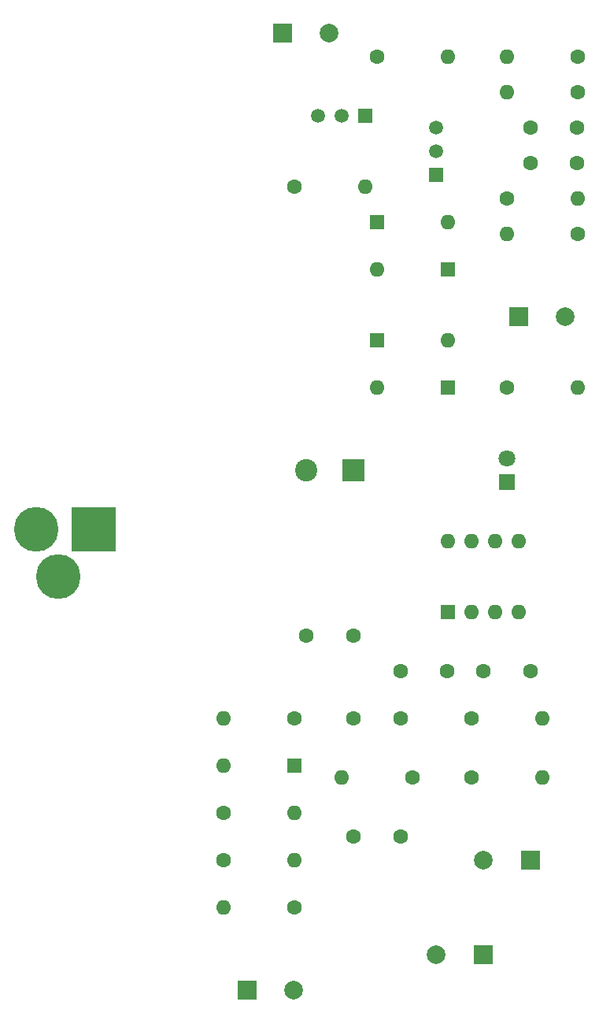
<source format=gbr>
G04 #@! TF.FileFunction,Copper,L1,Top,Signal*
%FSLAX46Y46*%
G04 Gerber Fmt 4.6, Leading zero omitted, Abs format (unit mm)*
G04 Created by KiCad (PCBNEW 4.0.6) date 08/24/17 13:41:05*
%MOMM*%
%LPD*%
G01*
G04 APERTURE LIST*
%ADD10C,0.100000*%
%ADD11R,2.400000X2.400000*%
%ADD12C,2.400000*%
%ADD13R,2.000000X2.000000*%
%ADD14C,2.000000*%
%ADD15C,1.600000*%
%ADD16R,1.600000X1.600000*%
%ADD17O,1.600000X1.600000*%
%ADD18R,1.800000X1.800000*%
%ADD19C,1.800000*%
%ADD20C,4.800000*%
%ADD21R,4.800000X4.800000*%
%ADD22C,1.520000*%
%ADD23R,1.520000X1.520000*%
G04 APERTURE END LIST*
D10*
D11*
X114300000Y-87630000D03*
D12*
X109300000Y-87630000D03*
D13*
X102870000Y-143510000D03*
D14*
X107870000Y-143510000D03*
D15*
X119380000Y-114300000D03*
X114380000Y-114300000D03*
X119380000Y-127000000D03*
X114380000Y-127000000D03*
X133350000Y-109220000D03*
X128350000Y-109220000D03*
D13*
X128270000Y-139700000D03*
D14*
X123270000Y-139700000D03*
D13*
X133350000Y-129540000D03*
D14*
X128350000Y-129540000D03*
D15*
X119380000Y-109220000D03*
X124380000Y-109220000D03*
D13*
X132080000Y-71120000D03*
D14*
X137080000Y-71120000D03*
D15*
X114300000Y-105410000D03*
X109300000Y-105410000D03*
X133350000Y-54610000D03*
X138350000Y-54610000D03*
X133350000Y-50800000D03*
X138350000Y-50800000D03*
D13*
X106680000Y-40640000D03*
D14*
X111680000Y-40640000D03*
D16*
X107950000Y-119380000D03*
D17*
X100330000Y-119380000D03*
D16*
X116840000Y-73660000D03*
D17*
X124460000Y-73660000D03*
D16*
X124460000Y-78740000D03*
D17*
X116840000Y-78740000D03*
D16*
X116840000Y-60960000D03*
D17*
X124460000Y-60960000D03*
D16*
X124460000Y-66040000D03*
D17*
X116840000Y-66040000D03*
D18*
X130810000Y-88900000D03*
D19*
X130810000Y-86360000D03*
D16*
X124460000Y-102870000D03*
D17*
X132080000Y-95250000D03*
X127000000Y-102870000D03*
X129540000Y-95250000D03*
X129540000Y-102870000D03*
X127000000Y-95250000D03*
X132080000Y-102870000D03*
X124460000Y-95250000D03*
D20*
X80260000Y-93980000D03*
D21*
X86360000Y-93980000D03*
D20*
X82550000Y-99060000D03*
D22*
X113030000Y-49530000D03*
X110490000Y-49530000D03*
D23*
X115570000Y-49530000D03*
D22*
X123190000Y-53340000D03*
X123190000Y-50800000D03*
D23*
X123190000Y-55880000D03*
D15*
X107950000Y-114300000D03*
D17*
X100330000Y-114300000D03*
D15*
X100330000Y-124460000D03*
D17*
X107950000Y-124460000D03*
D15*
X107950000Y-134620000D03*
D17*
X100330000Y-134620000D03*
D15*
X100330000Y-129540000D03*
D17*
X107950000Y-129540000D03*
D15*
X120650000Y-120650000D03*
D17*
X113030000Y-120650000D03*
D15*
X127000000Y-114300000D03*
D17*
X134620000Y-114300000D03*
D15*
X127000000Y-120650000D03*
D17*
X134620000Y-120650000D03*
D15*
X130810000Y-78740000D03*
D17*
X138430000Y-78740000D03*
D15*
X130810000Y-58420000D03*
D17*
X138430000Y-58420000D03*
D15*
X138430000Y-46990000D03*
D17*
X130810000Y-46990000D03*
D15*
X138430000Y-43180000D03*
D17*
X130810000Y-43180000D03*
D15*
X107950000Y-57150000D03*
D17*
X115570000Y-57150000D03*
D15*
X138430000Y-62230000D03*
D17*
X130810000Y-62230000D03*
D15*
X116840000Y-43180000D03*
D17*
X124460000Y-43180000D03*
M02*

</source>
